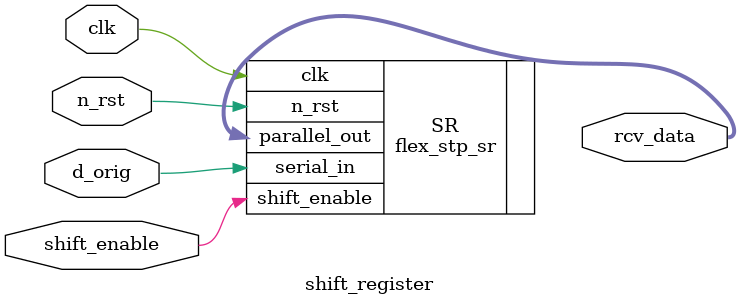
<source format=sv>

module shift_register(input wire clk, input wire n_rst, input reg shift_enable, input reg d_orig, output reg[7:0] rcv_data);

flex_stp_sr SR (.clk(clk), .n_rst(n_rst), .shift_enable(shift_enable), .serial_in(d_orig), .parallel_out(rcv_data));
 
endmodule

</source>
